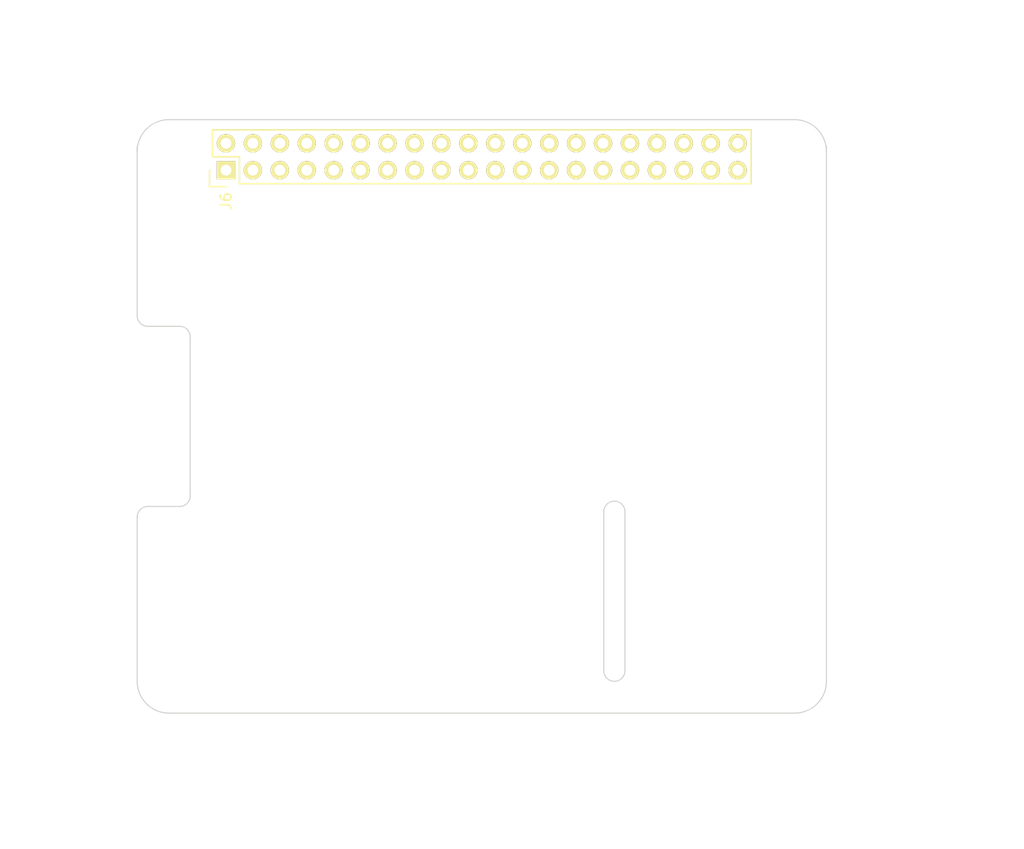
<source format=kicad_pcb>
(kicad_pcb (version 20211014) (generator pcbnew)
  (layers (0 "F.Cu" signal) (31 "B.Cu" signal) (34 "B.Paste" user) (35 "F.Paste" user) (36 "B.SilkS" user "B.Silkscreen") (37 "F.SilkS" user "F.Silkscreen") (38 "B.Mask" user) (39 "F.Mask" user) (44 "Edge.Cuts" user))
  (net 0 "")
  (net 1 "Net-(J2-Pad9)")
  (net 2 "Net-(J2-Pad8)")
  (net 3 "Net-(J2-Pad7)")
  (net 4 "Net-(J2-Pad6)")
  (net 5 "Net-(J2-Pad5)")
  (net 6 "Net-(J2-Pad40)")
  (net 7 "Net-(J2-Pad4)")
  (net 8 "Net-(J2-Pad39)")
  (net 9 "Net-(J2-Pad38)")
  (net 10 "Net-(J2-Pad37)")
  (net 11 "Net-(J2-Pad36)")
  (net 12 "Net-(J2-Pad35)")
  (net 13 "Net-(J2-Pad34)")
  (net 14 "Net-(J2-Pad33)")
  (net 15 "Net-(J2-Pad32)")
  (net 16 "Net-(J2-Pad31)")
  (net 17 "Net-(J2-Pad30)")
  (net 18 "Net-(J2-Pad3)")
  (net 19 "Net-(J2-Pad29)")
  (net 20 "Net-(J2-Pad28)")
  (net 21 "Net-(J2-Pad27)")
  (net 22 "Net-(J2-Pad26)")
  (net 23 "Net-(J2-Pad25)")
  (net 24 "Net-(J2-Pad24)")
  (net 25 "Net-(J2-Pad23)")
  (net 26 "Net-(J2-Pad22)")
  (net 27 "Net-(J2-Pad21)")
  (net 28 "Net-(J2-Pad20)")
  (net 29 "Net-(J2-Pad2)")
  (net 30 "Net-(J2-Pad19)")
  (net 31 "Net-(J2-Pad18)")
  (net 32 "Net-(J2-Pad17)")
  (net 33 "Net-(J2-Pad16)")
  (net 34 "Net-(J2-Pad15)")
  (net 35 "Net-(J2-Pad14)")
  (net 36 "Net-(J2-Pad13)")
  (net 37 "Net-(J2-Pad12)")
  (net 38 "Net-(J2-Pad11)")
  (net 39 "Net-(J2-Pad10)")
  (net 40 "Net-(J2-Pad1)")
  (footprint "RPi_Hat:RPi_Hat_Mounting_Hole" (layer "F.Cu") (at 172.51 63.5)
    (fp_text reference "" hide)
    (fp_text value "" hide)
    (pad "" np_thru_hole circle locked (at 0 0) (size 2.75 2.75) (drill 2.75) (layers *.Cu *.Mask) (clearance 1.725))
  )
  (footprint "RPi_Hat:RPi_Hat_Mounting_Hole" (layer "F.Cu") (at 114.51 63.5)
    (fp_text reference "" hide)
    (fp_text value "" hide)
    (pad "" np_thru_hole circle locked (at 0 0) (size 2.75 2.75) (drill 2.75) (layers *.Cu *.Mask) (clearance 1.725))
  )
  (footprint "RPi_Hat:RPi_Hat_Mounting_Hole" (layer "F.Cu") (at 114.51 112.5)
    (fp_text reference "" hide)
    (fp_text value "" hide)
    (pad "" np_thru_hole circle locked (at 0 0) (size 2.75 2.75) (drill 2.75) (layers *.Cu *.Mask) (clearance 1.725))
  )
  (footprint "RPi_Hat:RPi_Hat_Mounting_Hole" (layer "F.Cu") (at 172.51 112.5)
    (fp_text reference "" hide)
    (fp_text value "" hide)
    (pad "" np_thru_hole circle locked (at 0 0) (size 2.75 2.75) (drill 2.75) (layers *.Cu *.Mask) (clearance 1.725))
  )
  (footprint "RPi_Hat:Pin_Header_Straight_2x20" (layer "F.Cu") (at 143.51 63.5 90)
    (fp_text reference "J6" (at -4.191 -24.13 270) (layer "F.SilkS"))
    (fp_text value "RPi_GPIO")
    (fp_line (start -2.82 -25.68) (end -2.82 -24.13) (layer "F.SilkS") (width 0.15))
    (fp_line (start 2.54 25.4) (end -2.54 25.4) (layer "F.SilkS") (width 0.15))
    (fp_line (start -1.27 -25.68) (end -2.82 -25.68) (layer "F.SilkS") (width 0.15))
    (fp_line (start -2.54 -22.86) (end -2.54 25.4) (layer "F.SilkS") (width 0.15))
    (fp_line (start 0 -25.4) (end 0 -22.86) (layer "F.SilkS") (width 0.15))
    (fp_line (start 0 -22.86) (end -2.54 -22.86) (layer "F.SilkS") (width 0.15))
    (fp_line (start 2.54 25.4) (end 2.54 -25.4) (layer "F.SilkS") (width 0.15))
    (fp_line (start 2.54 -25.4) (end 0 -25.4) (layer "F.SilkS") (width 0.15))
    (pad "1" thru_hole rect locked (at -1.27 -24.13 90) (size 1.7272 1.7272) (drill 1.016) (layers *.Cu *.Mask "F.SilkS") (net 40 "Net-(J2-Pad1)"))
    (pad "2" thru_hole oval locked (at 1.27 -24.13 90) (size 1.7272 1.7272) (drill 1.016) (layers *.Cu *.Mask "F.SilkS") (net 29 "Net-(J2-Pad2)"))
    (pad "3" thru_hole oval locked (at -1.27 -21.59 90) (size 1.7272 1.7272) (drill 1.016) (layers *.Cu *.Mask "F.SilkS") (net 18 "Net-(J2-Pad3)"))
    (pad "4" thru_hole oval locked (at 1.27 -21.59 90) (size 1.7272 1.7272) (drill 1.016) (layers *.Cu *.Mask "F.SilkS") (net 7 "Net-(J2-Pad4)"))
    (pad "5" thru_hole oval locked (at -1.27 -19.05 90) (size 1.7272 1.7272) (drill 1.016) (layers *.Cu *.Mask "F.SilkS") (net 5 "Net-(J2-Pad5)"))
    (pad "6" thru_hole oval locked (at 1.27 -19.05 90) (size 1.7272 1.7272) (drill 1.016) (layers *.Cu *.Mask "F.SilkS") (net 4 "Net-(J2-Pad6)"))
    (pad "7" thru_hole oval locked (at -1.27 -16.51 90) (size 1.7272 1.7272) (drill 1.016) (layers *.Cu *.Mask "F.SilkS") (net 3 "Net-(J2-Pad7)"))
    (pad "8" thru_hole oval locked (at 1.27 -16.51 90) (size 1.7272 1.7272) (drill 1.016) (layers *.Cu *.Mask "F.SilkS") (net 2 "Net-(J2-Pad8)"))
    (pad "9" thru_hole oval locked (at -1.27 -13.97 90) (size 1.7272 1.7272) (drill 1.016) (layers *.Cu *.Mask "F.SilkS") (net 1 "Net-(J2-Pad9)"))
    (pad "10" thru_hole oval locked (at 1.27 -13.97 90) (size 1.7272 1.7272) (drill 1.016) (layers *.Cu *.Mask "F.SilkS") (net 39 "Net-(J2-Pad10)"))
    (pad "11" thru_hole oval locked (at -1.27 -11.43 90) (size 1.7272 1.7272) (drill 1.016) (layers *.Cu *.Mask "F.SilkS") (net 38 "Net-(J2-Pad11)"))
    (pad "12" thru_hole oval locked (at 1.27 -11.43 90) (size 1.7272 1.7272) (drill 1.016) (layers *.Cu *.Mask "F.SilkS") (net 37 "Net-(J2-Pad12)"))
    (pad "13" thru_hole oval locked (at -1.27 -8.89 90) (size 1.7272 1.7272) (drill 1.016) (layers *.Cu *.Mask "F.SilkS") (net 36 "Net-(J2-Pad13)"))
    (pad "14" thru_hole oval locked (at 1.27 -8.89 90) (size 1.7272 1.7272) (drill 1.016) (layers *.Cu *.Mask "F.SilkS") (net 35 "Net-(J2-Pad14)"))
    (pad "15" thru_hole oval locked (at -1.27 -6.35 90) (size 1.7272 1.7272) (drill 1.016) (layers *.Cu *.Mask "F.SilkS") (net 34 "Net-(J2-Pad15)"))
    (pad "16" thru_hole oval locked (at 1.27 -6.35 90) (size 1.7272 1.7272) (drill 1.016) (layers *.Cu *.Mask "F.SilkS") (net 33 "Net-(J2-Pad16)"))
    (pad "17" thru_hole oval locked (at -1.27 -3.81 90) (size 1.7272 1.7272) (drill 1.016) (layers *.Cu *.Mask "F.SilkS") (net 32 "Net-(J2-Pad17)"))
    (pad "18" thru_hole oval locked (at 1.27 -3.81 90) (size 1.7272 1.7272) (drill 1.016) (layers *.Cu *.Mask "F.SilkS") (net 31 "Net-(J2-Pad18)"))
    (pad "19" thru_hole oval locked (at -1.27 -1.27 90) (size 1.7272 1.7272) (drill 1.016) (layers *.Cu *.Mask "F.SilkS") (net 30 "Net-(J2-Pad19)"))
    (pad "20" thru_hole oval locked (at 1.27 -1.27 90) (size 1.7272 1.7272) (drill 1.016) (layers *.Cu *.Mask "F.SilkS") (net 28 "Net-(J2-Pad20)"))
    (pad "21" thru_hole oval locked (at -1.27 1.27 90) (size 1.7272 1.7272) (drill 1.016) (layers *.Cu *.Mask "F.SilkS") (net 27 "Net-(J2-Pad21)"))
    (pad "22" thru_hole oval locked (at 1.27 1.27 90) (size 1.7272 1.7272) (drill 1.016) (layers *.Cu *.Mask "F.SilkS") (net 26 "Net-(J2-Pad22)"))
    (pad "23" thru_hole oval locked (at -1.27 3.81 90) (size 1.7272 1.7272) (drill 1.016) (layers *.Cu *.Mask "F.SilkS") (net 25 "Net-(J2-Pad23)"))
    (pad "24" thru_hole oval locked (at 1.27 3.81 90) (size 1.7272 1.7272) (drill 1.016) (layers *.Cu *.Mask "F.SilkS") (net 24 "Net-(J2-Pad24)"))
    (pad "25" thru_hole oval locked (at -1.27 6.35 90) (size 1.7272 1.7272) (drill 1.016) (layers *.Cu *.Mask "F.SilkS") (net 23 "Net-(J2-Pad25)"))
    (pad "26" thru_hole oval locked (at 1.27 6.35 90) (size 1.7272 1.7272) (drill 1.016) (layers *.Cu *.Mask "F.SilkS") (net 22 "Net-(J2-Pad26)"))
    (pad "27" thru_hole oval locked (at -1.27 8.89 90) (size 1.7272 1.7272) (drill 1.016) (layers *.Cu *.Mask "F.SilkS") (net 21 "Net-(J2-Pad27)"))
    (pad "28" thru_hole oval locked (at 1.27 8.89 90) (size 1.7272 1.7272) (drill 1.016) (layers *.Cu *.Mask "F.SilkS") (net 20 "Net-(J2-Pad28)"))
    (pad "29" thru_hole oval locked (at -1.27 11.43 90) (size 1.7272 1.7272) (drill 1.016) (layers *.Cu *.Mask "F.SilkS") (net 19 "Net-(J2-Pad29)"))
    (pad "30" thru_hole oval locked (at 1.27 11.43 90) (size 1.7272 1.7272) (drill 1.016) (layers *.Cu *.Mask "F.SilkS") (net 17 "Net-(J2-Pad30)"))
    (pad "31" thru_hole oval locked (at -1.27 13.97 90) (size 1.7272 1.7272) (drill 1.016) (layers *.Cu *.Mask "F.SilkS") (net 16 "Net-(J2-Pad31)"))
    (pad "32" thru_hole oval locked (at 1.27 13.97 90) (size 1.7272 1.7272) (drill 1.016) (layers *.Cu *.Mask "F.SilkS") (net 15 "Net-(J2-Pad32)"))
    (pad "33" thru_hole oval locked (at -1.27 16.51 90) (size 1.7272 1.7272) (drill 1.016) (layers *.Cu *.Mask "F.SilkS") (net 14 "Net-(J2-Pad33)"))
    (pad "34" thru_hole oval locked (at 1.27 16.51 90) (size 1.7272 1.7272) (drill 1.016) (layers *.Cu *.Mask "F.SilkS") (net 13 "Net-(J2-Pad34)"))
    (pad "35" thru_hole oval locked (at -1.27 19.05 90) (size 1.7272 1.7272) (drill 1.016) (layers *.Cu *.Mask "F.SilkS") (net 12 "Net-(J2-Pad35)"))
    (pad "36" thru_hole oval locked (at 1.27 19.05 90) (size 1.7272 1.7272) (drill 1.016) (layers *.Cu *.Mask "F.SilkS") (net 11 "Net-(J2-Pad36)"))
    (pad "37" thru_hole oval locked (at -1.27 21.59 90) (size 1.7272 1.7272) (drill 1.016) (layers *.Cu *.Mask "F.SilkS") (net 10 "Net-(J2-Pad37)"))
    (pad "38" thru_hole oval locked (at 1.27 21.59 90) (size 1.7272 1.7272) (drill 1.016) (layers *.Cu *.Mask "F.SilkS") (net 9 "Net-(J2-Pad38)"))
    (pad "39" thru_hole oval locked (at -1.27 24.13 90) (size 1.7272 1.7272) (drill 1.016) (layers *.Cu *.Mask "F.SilkS") (net 8 "Net-(J2-Pad39)"))
    (pad "40" thru_hole oval locked (at 1.27 24.13 90) (size 1.7272 1.7272) (drill 1.016) (layers *.Cu *.Mask "F.SilkS") (net 6 "Net-(J2-Pad40)"))
  )
  (gr_arc (start 114.01 116) (mid 111.88868 115.12132) (end 111.01 113) (layer "Edge.Cuts") (width 0.1))
  (gr_arc (start 176.01 113) (mid 175.13132 115.12132) (end 173.01 116) (layer "Edge.Cuts") (width 0.1))
  (gr_arc (start 112.01 79.5) (mid 111.302893 79.207107) (end 111.01 78.5) (layer "Edge.Cuts") (width 0.1))
  (gr_arc (start 115.01 79.5) (mid 115.717107 79.792893) (end 116.01 80.5) (layer "Edge.Cuts") (width 0.1))
  (gr_arc (start 116.01 95.5) (mid 115.717107 96.207107) (end 115.01 96.5) (layer "Edge.Cuts") (width 0.1))
  (gr_arc (start 111.01 97.5) (mid 111.302893 96.792893) (end 112.01 96.5) (layer "Edge.Cuts") (width 0.1))
  (gr_line (start 157.01 97) (end 157.01 112) (layer "Edge.Cuts") (width 0.1))
  (gr_arc (start 157.01 112) (mid 156.01 113) (end 155.01 112) (layer "Edge.Cuts") (width 0.1))
  (gr_arc (start 111.01 63) (mid 111.88868 60.87868) (end 114.01 60) (layer "Edge.Cuts") (width 0.1))
  (gr_line (start 114.01 60) (end 173.01 60) (layer "Edge.Cuts") (width 0.1))
  (gr_arc (start 173.01 60) (mid 175.13132 60.87868) (end 176.01 63) (layer "Edge.Cuts") (width 0.1))
  (gr_line (start 176.01 62.5) (end 176.01 113) (layer "Edge.Cuts") (width 0.1))
  (gr_line (start 114.01 116) (end 173.01 116) (layer "Edge.Cuts") (width 0.1))
  (gr_line (start 111.01 97.5) (end 111.01 113) (layer "Edge.Cuts") (width 0.1))
  (gr_line (start 112.01 79.5) (end 115.01 79.5) (layer "Edge.Cuts") (width 0.1))
  (gr_line (start 116.01 80.5) (end 116.01 95.5) (layer "Edge.Cuts") (width 0.1))
  (gr_line (start 155.01 97) (end 155.01 112) (layer "Edge.Cuts") (width 0.1))
  (gr_line (start 112.01 96.5) (end 115.01 96.5) (layer "Edge.Cuts") (width 0.1))
  (gr_arc (start 155.01 97) (mid 156.01 96) (end 157.01 97) (layer "Edge.Cuts") (width 0.1))
  (gr_line (start 111.01 62.5) (end 111.01 78.5) (layer "Edge.Cuts") (width 0.1))
)
</source>
